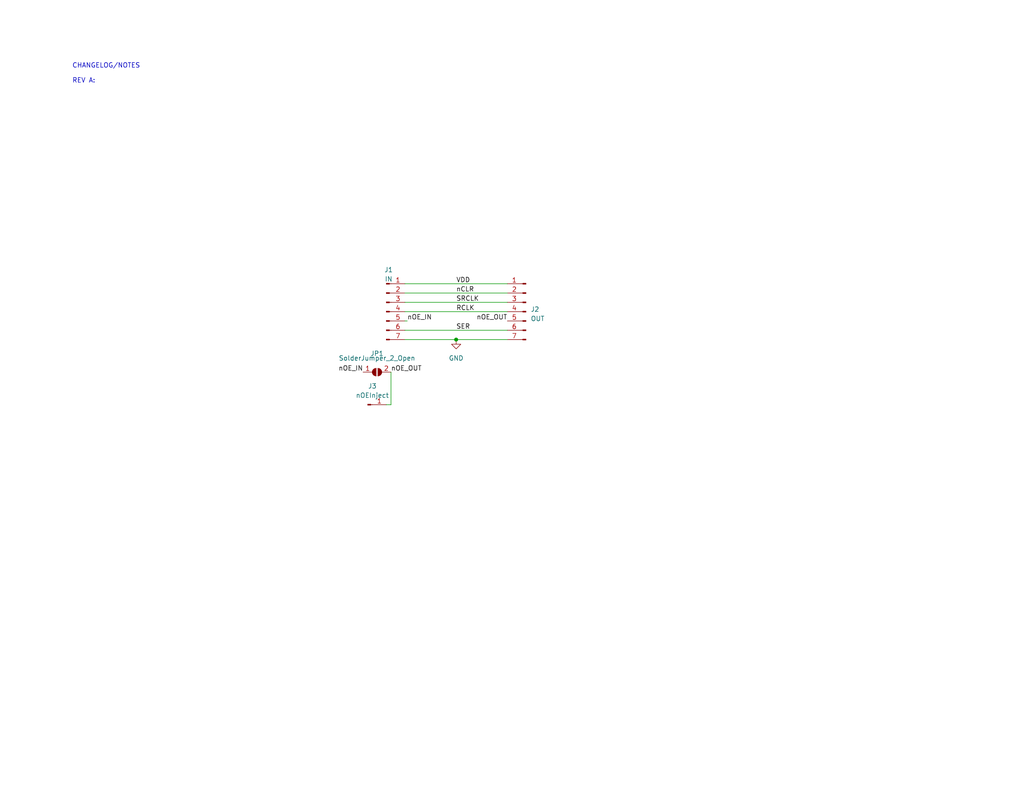
<source format=kicad_sch>
(kicad_sch (version 20230121) (generator eeschema)
  (paper "USLetter")
  (title_block (title "Main"))
  (lib_symbols
    (symbol "Connector:Conn_01x01_Pin" (pin_names (offset 1.016) hide)
      (property "Reference" "J" (at 0 2.54 0))
      (property "Value" "Conn_01x01_Pin" (at 0 -2.54 0))
      (symbol "Conn_01x01_Pin_1_1"
        (polyline (pts (xy 1.27 0) (xy 0.8636 0)) (stroke (width 0.1524)))
        (rectangle (start 0.8636 0.127) (end 0 -0.127) (stroke (width 0.1524)) (fill (type outline)))
        (pin passive line (at 5.08 0 180) (length 3.81) (name "Pin_1") (number "1"))
      )
    )
    (symbol "Connector:Conn_01x07_Pin" (pin_names (offset 1.016) hide)
      (property "Reference" "J" (at 0 10.16 0))
      (property "Value" "Conn_01x07_Pin" (at 0 -10.16 0))
      (symbol "Conn_01x07_Pin_1_1"
        (polyline (pts (xy 1.27 -7.62) (xy 0.8636 -7.62)) (stroke (width 0.1524)))
        (polyline (pts (xy 1.27 -5.08) (xy 0.8636 -5.08)) (stroke (width 0.1524)))
        (polyline (pts (xy 1.27 -2.54) (xy 0.8636 -2.54)) (stroke (width 0.1524)))
        (polyline (pts (xy 1.27 0) (xy 0.8636 0)) (stroke (width 0.1524)))
        (polyline (pts (xy 1.27 2.54) (xy 0.8636 2.54)) (stroke (width 0.1524)))
        (polyline (pts (xy 1.27 5.08) (xy 0.8636 5.08)) (stroke (width 0.1524)))
        (polyline (pts (xy 1.27 7.62) (xy 0.8636 7.62)) (stroke (width 0.1524)))
        (rectangle (start 0.8636 -7.493) (end 0 -7.747) (stroke (width 0.1524)) (fill (type outline)))
        (rectangle (start 0.8636 -4.953) (end 0 -5.207) (stroke (width 0.1524)) (fill (type outline)))
        (rectangle (start 0.8636 -2.413) (end 0 -2.667) (stroke (width 0.1524)) (fill (type outline)))
        (rectangle (start 0.8636 0.127) (end 0 -0.127) (stroke (width 0.1524)) (fill (type outline)))
        (rectangle (start 0.8636 2.667) (end 0 2.413) (stroke (width 0.1524)) (fill (type outline)))
        (rectangle (start 0.8636 5.207) (end 0 4.953) (stroke (width 0.1524)) (fill (type outline)))
        (rectangle (start 0.8636 7.747) (end 0 7.493) (stroke (width 0.1524)) (fill (type outline)))
        (pin passive line (at 5.08 7.62 180) (length 3.81) (name "Pin_1") (number "1"))
        (pin passive line (at 5.08 5.08 180) (length 3.81) (name "Pin_2") (number "2"))
        (pin passive line (at 5.08 2.54 180) (length 3.81) (name "Pin_3") (number "3"))
        (pin passive line (at 5.08 0 180) (length 3.81) (name "Pin_4") (number "4"))
        (pin passive line (at 5.08 -2.54 180) (length 3.81) (name "Pin_5") (number "5"))
        (pin passive line (at 5.08 -5.08 180) (length 3.81) (name "Pin_6") (number "6"))
        (pin passive line (at 5.08 -7.62 180) (length 3.81) (name "Pin_7") (number "7"))
      )
    )
    (symbol "Jumper:SolderJumper_2_Open" (pin_names (offset 0) hide)
      (property "Reference" "JP" (at 0 2.032 0))
      (property "Value" "SolderJumper_2_Open" (at 0 -2.54 0))
      (symbol "SolderJumper_2_Open_0_1"
        (arc (start -0.254 1.016) (mid -1.2656 0) (end -0.254 -1.016))
        (arc (start -0.254 1.016) (mid -1.2656 0) (end -0.254 -1.016) (fill (type outline)))
        (polyline (pts (xy -0.254 1.016) (xy -0.254 -1.016)))
        (polyline (pts (xy 0.254 1.016) (xy 0.254 -1.016)))
        (arc (start 0.254 -1.016) (mid 1.2656 0) (end 0.254 1.016))
        (arc (start 0.254 -1.016) (mid 1.2656 0) (end 0.254 1.016) (fill (type outline)))
      )
      (symbol "SolderJumper_2_Open_1_1"
        (pin passive line (at -3.81 0 0) (length 2.54) (name "A") (number "1"))
        (pin passive line (at 3.81 0 180) (length 2.54) (name "B") (number "2"))
      )
    )
    (symbol "power:GND" (power) (pin_names (offset 0))
      (property "Value" "GND" (at 0 -3.81 0))
      (symbol "GND_0_1"
        (polyline (pts (xy 0 0) (xy 0 -1.27) (xy 1.27 -1.27) (xy 0 -2.54) (xy -1.27 -1.27) (xy 0 -1.27)))
      )
      (symbol "GND_1_1"
        (pin power_in line (at 0 0 270) (length 0) hide (name "GND") (number "1"))
      )
    )
  )
  (junction (at 124.46 92.71))
  (wire (pts (xy 124.46 92.71) (xy 110.49 92.71)))
  (wire (pts (xy 138.43 80.01) (xy 110.49 80.01)))
  (wire (pts (xy 138.43 82.55) (xy 110.49 82.55)))
  (wire (pts (xy 138.43 85.09) (xy 110.49 85.09)))
  (wire (pts (xy 138.43 77.47) (xy 110.49 77.47)))
  (wire (pts (xy 138.43 92.71) (xy 124.46 92.71)))
  (wire (pts (xy 138.43 90.17) (xy 110.49 90.17)))
  (wire (pts (xy 106.68 110.49) (xy 105.41 110.49)))
  (wire (pts (xy 106.68 110.49) (xy 106.68 101.6)))
  (wire (pts (xy 110.49 87.63) (xy 111.125 87.63)))
  (text "CHANGELOG/NOTES\n\nREV A: " (at 19.685 22.86 0) (effects (font (size 1.27 1.27)) (justify left bottom)))
  (label "RCLK" (at 124.46 85.09 0))
  (label "nCLR" (at 124.46 80.01 0))
  (label "nOE_IN" (at 111.125 87.63 0))
  (label "nOE_OUT" (at 106.68 101.6 0))
  (label "VDD" (at 124.46 77.47 0))
  (label "SER" (at 124.46 90.17 0))
  (label "nOE_IN" (at 99.06 101.6 180))
  (label "SRCLK" (at 124.46 82.55 0))
  (label "nOE_OUT" (at 138.43 87.63 180))
  (symbol (lib_id "Connector:Conn_01x07_Pin") (at 143.51 85.09 0) (mirror y) (unit 1)
    (property "Reference" "J2" (at 144.78 84.455 0) (effects (justify right)))
    (property "Value" "OUT" (at 144.78 86.995 0) (effects (justify right)))
    (property "Footprint" "Connector_PinHeader_2.54mm:PinHeader_1x07_P2.54mm_Horizontal" (effects hide))
  )
  (symbol (lib_id "Connector:Conn_01x07_Pin") (at 105.41 85.09 0) (unit 1)
    (property "Reference" "J1" (at 106.045 73.66 0))
    (property "Value" "IN" (at 106.045 76.2 0))
    (property "Footprint" "Connector_PinSocket_2.54mm:PinSocket_1x07_P2.54mm_Horizontal" (effects hide))
  )
  (symbol (lib_id "Jumper:SolderJumper_2_Open") (at 102.87 101.6 0) (unit 1)
    (property "Reference" "JP1" (at 102.87 96.52 0))
    (property "Value" "SolderJumper_2_Open" (at 102.87 97.79 0))
    (property "Footprint" "Jumper:SolderJumper-2_P1.3mm_Open_TrianglePad1.0x1.5mm" (effects hide))
  )
  (symbol (lib_id "power:GND") (at 124.46 92.71 0) (unit 1)
    (property "Reference" "#PWR01" (effects hide))
    (property "Value" "GND" (at 124.46 97.79 0))
  )
  (symbol (lib_id "Connector:Conn_01x01_Pin") (at 100.33 110.49 0) (unit 1)
    (property "Reference" "J3" (at 101.6 105.41 0))
    (property "Value" "nOEInject" (at 101.6 107.95 0))
    (property "Footprint" "Connector_Wire:SolderWire-0.1sqmm_1x01_D0.4mm_OD1mm_Relief2x" (effects hide))
  )
)
</source>
